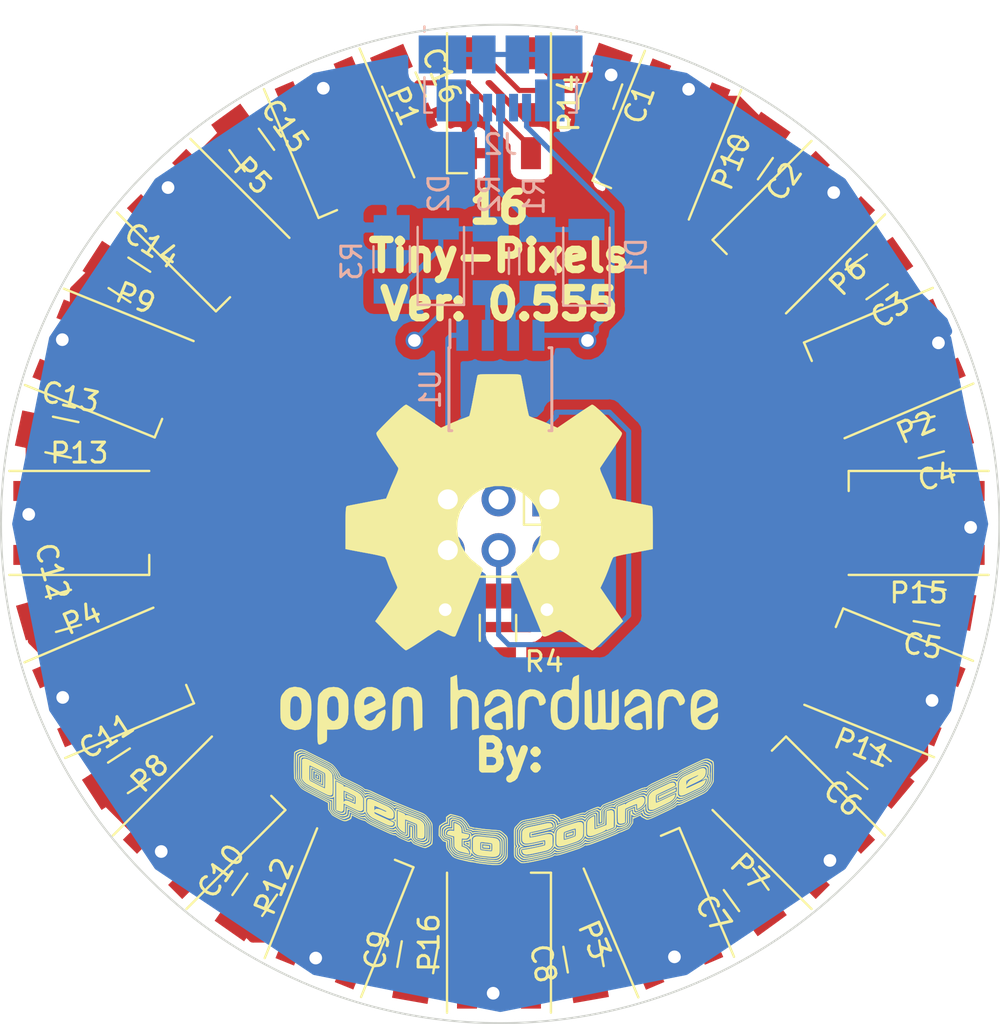
<source format=kicad_pcb>
(kicad_pcb (version 20171130) (host pcbnew 5.0-dev-unknown-bc6763e~61~ubuntu16.04.1)
  (layers (0 F.Cu signal) (31 B.Cu signal) (34 B.Paste user) (35 F.Paste user) (36 B.SilkS user) (37 F.SilkS user) (38 B.Mask user) (39 F.Mask user) (44 Edge.Cuts user))
  (net 0 "")
  (net 1 GND)
  (net 2 VCC)
  (net 3 "Net-(D1-Pad2)")
  (net 4 "Net-(D2-Pad2)")
  (net 5 "Net-(J1-Pad1)")
  (net 6 "Net-(J1-Pad3)")
  (net 7 Data-IN)
  (net 8 "Net-(J1-Pad5)")
  (net 9 "Net-(J2-Pad6)")
  (net 10 "Net-(J2-Pad4)")
  (net 11 "Net-(P1-Pad2)")
  (net 12 "Net-(P1-Pad4)")
  (net 13 "Net-(P15-Pad4)")
  (net 14 "Net-(P2-Pad4)")
  (net 15 "Net-(P16-Pad4)")
  (net 16 "Net-(P3-Pad4)")
  (net 17 "Net-(P4-Pad2)")
  (net 18 "Net-(P4-Pad4)")
  (net 19 "Net-(P5-Pad4)")
  (net 20 "Net-(P10-Pad2)")
  (net 21 "Net-(P11-Pad2)")
  (net 22 "Net-(P12-Pad2)")
  (net 23 "Net-(P13-Pad2)")
  (net 24 "Net-(P10-Pad4)")
  (net 25 "Net-(P11-Pad4)")
  (net 26 "Net-(P12-Pad4)")
  (net 27 "Net-(P13-Pad4)")
  (net 28 "Net-(R1-Pad1)")
  (net 29 "Net-(R2-Pad1)")
  (module Graphics:OTS-Logo-Warp-Neon-22.5mm-fit (layer F.Cu) (at 45.25 58.96)
    (fp_text reference G*** hide)
    (fp_text value LOGO hide)
  )
  (module Capacitor_SMD:C_1206_3216Metric_Pad1.24x1.80mm_HandSolder (layer F.Cu) (at 50.09 23.36 250)
    (fp_text reference C1 (at 0 -2.05 250) (layer F.SilkS))
    (fp_text value 0.1uf)
    (pad 2 smd rect (at 1.5925 0 250) (size 1.245 1.8) (layers F.Cu F.Paste F.Mask) (net 1 GND))
    (pad 1 smd rect (at -1.5925 0 250) (size 1.245 1.8) (layers F.Cu F.Paste F.Mask) (net 2 VCC))
  )
  (module Capacitor_SMD:C_1206_3216Metric_Pad1.24x1.80mm_HandSolder (layer F.Cu) (at 57.584381 26.75157 235)
    (fp_text reference C2 (at 0 -2.05 235) (layer F.SilkS))
    (fp_text value C)
    (pad 2 smd rect (at 1.5925 -0.000001 235) (size 1.245 1.8) (layers F.Cu F.Paste F.Mask) (net 1 GND))
    (pad 1 smd rect (at -1.5925 0.000001 235) (size 1.245 1.8) (layers F.Cu F.Paste F.Mask) (net 2 VCC))
  )
  (module Capacitor_SMD:C_1206_3216Metric_Pad1.24x1.80mm_HandSolder (layer F.Cu) (at 63.4 32.69 215)
    (fp_text reference C3 (at 0 -2.05 215) (layer F.SilkS))
    (fp_text value C)
    (pad 2 smd rect (at 1.5925 0.000001 215) (size 1.245 1.8) (layers F.Cu F.Paste F.Mask) (net 1 GND))
    (pad 1 smd rect (at -1.5925 -0.000001 215) (size 1.245 1.8) (layers F.Cu F.Paste F.Mask) (net 2 VCC))
  )
  (module Capacitor_SMD:C_1206_3216Metric_Pad1.24x1.80mm_HandSolder (layer F.Cu) (at 66.4 40.71 195)
    (fp_text reference C4 (at 0 -2.05 195) (layer F.SilkS))
    (fp_text value C)
    (pad 2 smd rect (at 1.5925 0 195) (size 1.245 1.8) (layers F.Cu F.Paste F.Mask) (net 1 GND))
    (pad 1 smd rect (at -1.5925 0 195) (size 1.245 1.8) (layers F.Cu F.Paste F.Mask) (net 2 VCC))
  )
  (module Capacitor_SMD:C_1206_3216Metric_Pad1.24x1.80mm_HandSolder (layer F.Cu) (at 66.55 49.13 170)
    (fp_text reference C5 (at 0 -2.05 170) (layer F.SilkS))
    (fp_text value C)
    (pad 2 smd rect (at 1.5925 0 170) (size 1.245 1.8) (layers F.Cu F.Paste F.Mask) (net 1 GND))
    (pad 1 smd rect (at -1.5925 0 170) (size 1.245 1.8) (layers F.Cu F.Paste F.Mask) (net 2 VCC))
  )
  (module Capacitor_SMD:C_1206_3216Metric_Pad1.24x1.80mm_HandSolder (layer F.Cu) (at 63.52 57.196361 140)
    (fp_text reference C6 (at 0 -2.05 140) (layer F.SilkS))
    (fp_text value C)
    (pad 2 smd rect (at 1.5925 0 140) (size 1.245 1.8) (layers F.Cu F.Paste F.Mask) (net 1 GND))
    (pad 1 smd rect (at -1.5925 0 140) (size 1.245 1.8) (layers F.Cu F.Paste F.Mask) (net 2 VCC))
  )
  (module Capacitor_SMD:C_1206_3216Metric_Pad1.24x1.80mm_HandSolder (layer F.Cu) (at 57.37 63.36 126)
    (fp_text reference C7 (at 0 -2.05 126) (layer F.SilkS))
    (fp_text value C)
    (pad 2 smd rect (at 1.5925 0 126) (size 1.245 1.8) (layers F.Cu F.Paste F.Mask) (net 1 GND))
    (pad 1 smd rect (at -1.5925 0 126) (size 1.245 1.8) (layers F.Cu F.Paste F.Mask) (net 2 VCC))
  )
  (module Capacitor_SMD:C_1206_3216Metric_Pad1.24x1.80mm_HandSolder (layer F.Cu) (at 49.23 66.69 100)
    (fp_text reference C8 (at 0 -2.05 100) (layer F.SilkS))
    (fp_text value C)
    (pad 2 smd rect (at 1.5925 0 100) (size 1.245 1.8) (layers F.Cu F.Paste F.Mask) (net 1 GND))
    (pad 1 smd rect (at -1.5925 0 100) (size 1.245 1.8) (layers F.Cu F.Paste F.Mask) (net 2 VCC))
  )
  (module Capacitor_SMD:C_1206_3216Metric_Pad1.24x1.80mm_HandSolder (layer F.Cu) (at 40.92 66.73 80)
    (fp_text reference C9 (at 0 -2.05 80) (layer F.SilkS))
    (fp_text value C)
    (pad 2 smd rect (at 1.5925 0 80) (size 1.245 1.8) (layers F.Cu F.Paste F.Mask) (net 1 GND))
    (pad 1 smd rect (at -1.5925 0 80) (size 1.245 1.8) (layers F.Cu F.Paste F.Mask) (net 2 VCC))
  )
  (module Capacitor_SMD:C_1206_3216Metric_Pad1.24x1.80mm_HandSolder (layer F.Cu) (at 32.779316 63.605657 55)
    (fp_text reference C10 (at 0 -2.05 55) (layer F.SilkS))
    (fp_text value C)
    (pad 2 smd rect (at 1.5925 -0.000001 55) (size 1.245 1.8) (layers F.Cu F.Paste F.Mask) (net 1 GND))
    (pad 1 smd rect (at -1.5925 0.000001 55) (size 1.245 1.8) (layers F.Cu F.Paste F.Mask) (net 2 VCC))
  )
  (module Capacitor_SMD:C_1206_3216Metric_Pad1.24x1.80mm_HandSolder (layer F.Cu) (at 26.48 57.4 33)
    (fp_text reference C11 (at 0 -2.05 33) (layer F.SilkS))
    (fp_text value C)
    (pad 2 smd rect (at 1.5925 0 33) (size 1.245 1.8) (layers F.Cu F.Paste F.Mask) (net 1 GND))
    (pad 1 smd rect (at -1.5925 0 33) (size 1.245 1.8) (layers F.Cu F.Paste F.Mask) (net 2 VCC))
  )
  (module Capacitor_SMD:C_1206_3216Metric_Pad1.24x1.80mm_HandSolder (layer F.Cu) (at 23.21 49.4 16)
    (fp_text reference C12 (at -0.000001 -2.05 106) (layer F.SilkS))
    (fp_text value C)
    (pad 2 smd rect (at 1.5925 0 16) (size 1.245 1.8) (layers F.Cu F.Paste F.Mask) (net 1 GND))
    (pad 1 smd rect (at -1.5925 0 16) (size 1.245 1.8) (layers F.Cu F.Paste F.Mask) (net 2 VCC))
  )
  (module Capacitor_SMD:C_1206_3216Metric_Pad1.24x1.80mm_HandSolder (layer F.Cu) (at 23.13 40.71 348)
    (fp_text reference C13 (at 0 -2.05 348) (layer F.SilkS))
    (fp_text value C)
    (pad 2 smd rect (at 1.5925 0 348) (size 1.245 1.8) (layers F.Cu F.Paste F.Mask) (net 1 GND))
    (pad 1 smd rect (at -1.5925 0 348) (size 1.245 1.8) (layers F.Cu F.Paste F.Mask) (net 2 VCC))
  )
  (module Capacitor_SMD:C_1206_3216Metric_Pad1.24x1.80mm_HandSolder (layer F.Cu) (at 26.506763 32.84089 327)
    (fp_text reference C14 (at 0 -2.05 327) (layer F.SilkS))
    (fp_text value C)
    (pad 2 smd rect (at 1.5925 0 327) (size 1.245 1.8) (layers F.Cu F.Paste F.Mask) (net 1 GND))
    (pad 1 smd rect (at -1.5925 0 327) (size 1.245 1.8) (layers F.Cu F.Paste F.Mask) (net 2 VCC))
  )
  (module Capacitor_SMD:C_1206_3216Metric_Pad1.24x1.80mm_HandSolder (layer F.Cu) (at 32.63 26.34 306)
    (fp_text reference C15 (at 0 -2.05 306) (layer F.SilkS))
    (fp_text value C)
    (pad 2 smd rect (at 1.5925 0 306) (size 1.245 1.8) (layers F.Cu F.Paste F.Mask) (net 1 GND))
    (pad 1 smd rect (at -1.5925 0 306) (size 1.245 1.8) (layers F.Cu F.Paste F.Mask) (net 2 VCC))
  )
  (module Diode_SMD:D_1206_3216Metric_Pad1.07x1.80mm_HandSolder (layer B.Cu) (at 49.376449 31.824491 90)
    (fp_text reference D1 (at 0.124491 2.493551 90) (layer B.SilkS) (effects (justify mirror)))
    (fp_text value 3.6V)
    (pad 2 smd rect (at 1.505 0 90) (size 1.07 1.8) (layers B.Cu B.Paste B.Mask) (net 3 "Net-(D1-Pad2)"))
    (pad 1 smd rect (at -1.505 0 90) (size 1.07 1.8) (layers B.Cu B.Paste B.Mask) (net 1 GND))
  )
  (module Diode_SMD:D_1206_3216Metric_Pad1.07x1.80mm_HandSolder (layer B.Cu) (at 42.09 31.79 90)
    (fp_text reference D2 (at 3.28 -0.1 90) (layer B.SilkS) (effects (justify mirror)))
    (fp_text value 3.6V)
    (pad 2 smd rect (at 1.505 0 90) (size 1.07 1.8) (layers B.Cu B.Paste B.Mask) (net 4 "Net-(D2-Pad2)"))
    (pad 1 smd rect (at -1.505 0 90) (size 1.07 1.8) (layers B.Cu B.Paste B.Mask) (net 1 GND))
  )
  (module Connector_PinHeader_2.54mm:PinHeader_2x03_P2.54mm_Vertical (layer F.Cu) (at 47.52 43.82 270)
    (fp_text reference J1 (at 1.27 -2.33 270) (layer F.SilkS))
    (fp_text value ICSP)
    (pad 6 thru_hole oval (at 2.54 5.08 270) (size 1.7 1.7) (drill 1) (layers *.Cu *.Mask) (net 1 GND))
    (pad 5 thru_hole oval (at 0 5.08 270) (size 1.7 1.7) (drill 1) (layers *.Cu *.Mask) (net 8 "Net-(J1-Pad5)"))
    (pad 4 thru_hole oval (at 2.54 2.54 270) (size 1.7 1.7) (drill 1) (layers *.Cu *.Mask) (net 7 Data-IN))
    (pad 3 thru_hole oval (at 0 2.54 270) (size 1.7 1.7) (drill 1) (layers *.Cu *.Mask) (net 6 "Net-(J1-Pad3)"))
    (pad 2 thru_hole oval (at 2.54 0 270) (size 1.7 1.7) (drill 1) (layers *.Cu *.Mask) (net 2 VCC))
    (pad 1 thru_hole rect (at 0 0 270) (size 1.7 1.7) (drill 1) (layers *.Cu *.Mask) (net 5 "Net-(J1-Pad1)"))
  )
  (module Resistor_SMD:R_1206_3216Metric_Pad1.24x1.80mm_HandSolder (layer B.Cu) (at 46.926449 31.914491 90)
    (fp_text reference R1 (at 3.284491 -0.166449 90) (layer B.SilkS) (effects (justify mirror)))
    (fp_text value 68)
    (pad 2 smd rect (at 1.5925 0 90) (size 1.245 1.8) (layers B.Cu B.Paste B.Mask) (net 3 "Net-(D1-Pad2)"))
    (pad 1 smd rect (at -1.5925 0 90) (size 1.245 1.8) (layers B.Cu B.Paste B.Mask) (net 28 "Net-(R1-Pad1)"))
  )
  (module Resistor_SMD:R_1206_3216Metric_Pad1.24x1.80mm_HandSolder (layer B.Cu) (at 44.586449 31.886991 90)
    (fp_text reference R2 (at 3.346991 -0.056449 90) (layer B.SilkS) (effects (justify mirror)))
    (fp_text value 68)
    (pad 2 smd rect (at 1.5925 0 90) (size 1.245 1.8) (layers B.Cu B.Paste B.Mask) (net 4 "Net-(D2-Pad2)"))
    (pad 1 smd rect (at -1.5925 0 90) (size 1.245 1.8) (layers B.Cu B.Paste B.Mask) (net 29 "Net-(R2-Pad1)"))
  )
  (module Resistor_SMD:R_1206_3216Metric_Pad1.24x1.80mm_HandSolder (layer B.Cu) (at 39.63 31.81 90)
    (fp_text reference R3 (at -0.08 -2 90) (layer B.SilkS) (effects (justify mirror)))
    (fp_text value 1.5K)
    (pad 2 smd rect (at 1.5925 0 90) (size 1.245 1.8) (layers B.Cu B.Paste B.Mask) (net 2 VCC))
    (pad 1 smd rect (at -1.5925 0 90) (size 1.245 1.8) (layers B.Cu B.Paste B.Mask) (net 4 "Net-(D2-Pad2)"))
  )
  (module Resistor_SMD:R_1206_3216Metric_Pad1.24x1.80mm_HandSolder (layer F.Cu) (at 44.95 50.25 90)
    (fp_text reference R4 (at -1.69 2.31 180) (layer F.SilkS))
    (fp_text value 500)
    (pad 2 smd rect (at 1.5925 0 90) (size 1.245 1.8) (layers F.Cu F.Paste F.Mask) (net 7 Data-IN))
    (pad 1 smd rect (at -1.5925 0 90) (size 1.245 1.8) (layers F.Cu F.Paste F.Mask) (net 27 "Net-(P13-Pad4)"))
  )
  (module Package_SO:SOIC-8_3.9x4.9mm_P1.27mm (layer B.Cu) (at 45.07 38.31 270)
    (fp_text reference U1 (at 0 3.5 270) (layer B.SilkS) (effects (justify mirror)))
    (fp_text value ATTINY85-20SU)
    (pad 8 smd rect (at 2.7 1.905 270) (size 1.55 0.6) (layers B.Cu B.Paste B.Mask) (net 2 VCC))
    (pad 7 smd rect (at 2.7 0.635 270) (size 1.55 0.6) (layers B.Cu B.Paste B.Mask) (net 6 "Net-(J1-Pad3)"))
    (pad 6 smd rect (at 2.7 -0.635 270) (size 1.55 0.6) (layers B.Cu B.Paste B.Mask) (net 5 "Net-(J1-Pad1)"))
    (pad 5 smd rect (at 2.7 -1.905 270) (size 1.55 0.6) (layers B.Cu B.Paste B.Mask) (net 7 Data-IN))
    (pad 4 smd rect (at -2.7 -1.905 270) (size 1.55 0.6) (layers B.Cu B.Paste B.Mask) (net 1 GND))
    (pad 3 smd rect (at -2.7 -0.635 270) (size 1.55 0.6) (layers B.Cu B.Paste B.Mask) (net 28 "Net-(R1-Pad1)"))
    (pad 2 smd rect (at -2.7 0.635 270) (size 1.55 0.6) (layers B.Cu B.Paste B.Mask) (net 29 "Net-(R2-Pad1)"))
    (pad 1 smd rect (at -2.7 1.905 270) (size 1.55 0.6) (layers B.Cu B.Paste B.Mask) (net 8 "Net-(J1-Pad5)"))
  )
  (module LED_SMD:LED_WS2812B-PLCC4 (layer F.Cu) (at 37 25.5 293)
    (fp_text reference P1 (at 0 -3.5 293) (layer F.SilkS))
    (fp_text value WS2812B)
    (pad 1 smd rect (at -2.5 -1.6 293) (size 1.6 1) (layers F.Cu F.Paste F.Mask) (net 2 VCC))
    (pad 2 smd rect (at -2.5 1.600001 293) (size 1.6 1) (layers F.Cu F.Paste F.Mask) (net 11 "Net-(P1-Pad2)"))
    (pad 4 smd rect (at 2.5 -1.600001 293) (size 1.6 1) (layers F.Cu F.Paste F.Mask) (net 12 "Net-(P1-Pad4)"))
    (pad 3 smd rect (at 2.5 1.6 293) (size 1.6 1) (layers F.Cu F.Paste F.Mask) (net 1 GND))
  )
  (module LED_SMD:LED_WS2812B-PLCC4 (layer F.Cu) (at 64.5 37 203)
    (fp_text reference P2 (at 0 -3.5 203) (layer F.SilkS))
    (fp_text value WS2812B)
    (pad 3 smd rect (at 2.5 1.6 203) (size 1.6 1) (layers F.Cu F.Paste F.Mask) (net 1 GND))
    (pad 4 smd rect (at 2.5 -1.600001 203) (size 1.6 1) (layers F.Cu F.Paste F.Mask) (net 14 "Net-(P2-Pad4)"))
    (pad 2 smd rect (at -2.5 1.600001 203) (size 1.6 1) (layers F.Cu F.Paste F.Mask) (net 13 "Net-(P15-Pad4)"))
    (pad 1 smd rect (at -2.5 -1.6 203) (size 1.6 1) (layers F.Cu F.Paste F.Mask) (net 2 VCC))
  )
  (module LED_SMD:LED_WS2812B-PLCC4 (layer F.Cu) (at 53 64.5 113)
    (fp_text reference P3 (at 0 -3.5 113) (layer F.SilkS))
    (fp_text value WS2812B)
    (pad 3 smd rect (at 2.5 1.6 113) (size 1.6 1) (layers F.Cu F.Paste F.Mask) (net 1 GND))
    (pad 4 smd rect (at 2.5 -1.600001 113) (size 1.6 1) (layers F.Cu F.Paste F.Mask) (net 16 "Net-(P3-Pad4)"))
    (pad 2 smd rect (at -2.5 1.600001 113) (size 1.6 1) (layers F.Cu F.Paste F.Mask) (net 15 "Net-(P16-Pad4)"))
    (pad 1 smd rect (at -2.5 -1.6 113) (size 1.6 1) (layers F.Cu F.Paste F.Mask) (net 2 VCC))
  )
  (module LED_SMD:LED_WS2812B-PLCC4 (layer F.Cu) (at 25.5 53 23)
    (fp_text reference P4 (at 0 -3.5 23) (layer F.SilkS))
    (fp_text value WS2812B)
    (pad 3 smd rect (at 2.5 1.6 23) (size 1.6 1) (layers F.Cu F.Paste F.Mask) (net 1 GND))
    (pad 4 smd rect (at 2.5 -1.600001 23) (size 1.6 1) (layers F.Cu F.Paste F.Mask) (net 18 "Net-(P4-Pad4)"))
    (pad 2 smd rect (at -2.5 1.600001 23) (size 1.6 1) (layers F.Cu F.Paste F.Mask) (net 17 "Net-(P4-Pad2)"))
    (pad 1 smd rect (at -2.5 -1.6 23) (size 1.6 1) (layers F.Cu F.Paste F.Mask) (net 2 VCC))
  )
  (module LED_SMD:LED_WS2812B-PLCC4 (layer F.Cu) (at 30.2 30.1 315)
    (fp_text reference P5 (at 0 -3.5 315) (layer F.SilkS))
    (fp_text value WS2812B)
    (pad 1 smd rect (at -2.5 -1.6 315) (size 1.6 1) (layers F.Cu F.Paste F.Mask) (net 2 VCC))
    (pad 2 smd rect (at -2.5 1.6 315) (size 1.6 1) (layers F.Cu F.Paste F.Mask) (net 12 "Net-(P1-Pad4)"))
    (pad 4 smd rect (at 2.5 -1.6 315) (size 1.6 1) (layers F.Cu F.Paste F.Mask) (net 19 "Net-(P5-Pad4)"))
    (pad 3 smd rect (at 2.5 1.6 315) (size 1.6 1) (layers F.Cu F.Paste F.Mask) (net 1 GND))
  )
  (module LED_SMD:LED_WS2812B-PLCC4 (layer F.Cu) (at 60 30.2 225)
    (fp_text reference P6 (at 0 -3.5 225) (layer F.SilkS))
    (fp_text value WS2812B)
    (pad 1 smd rect (at -2.5 -1.6 225) (size 1.6 1) (layers F.Cu F.Paste F.Mask) (net 2 VCC))
    (pad 2 smd rect (at -2.5 1.6 225) (size 1.6 1) (layers F.Cu F.Paste F.Mask) (net 14 "Net-(P2-Pad4)"))
    (pad 4 smd rect (at 2.5 -1.6 225) (size 1.6 1) (layers F.Cu F.Paste F.Mask) (net 20 "Net-(P10-Pad2)"))
    (pad 3 smd rect (at 2.5 1.6 225) (size 1.6 1) (layers F.Cu F.Paste F.Mask) (net 1 GND))
  )
  (module LED_SMD:LED_WS2812B-PLCC4 (layer F.Cu) (at 60 60 135)
    (fp_text reference P7 (at 0 -3.5 135) (layer F.SilkS))
    (fp_text value WS2812B)
    (pad 1 smd rect (at -2.5 -1.6 135) (size 1.6 1) (layers F.Cu F.Paste F.Mask) (net 2 VCC))
    (pad 2 smd rect (at -2.5 1.6 135) (size 1.6 1) (layers F.Cu F.Paste F.Mask) (net 16 "Net-(P3-Pad4)"))
    (pad 4 smd rect (at 2.5 -1.6 135) (size 1.6 1) (layers F.Cu F.Paste F.Mask) (net 21 "Net-(P11-Pad2)"))
    (pad 3 smd rect (at 2.5 1.6 135) (size 1.6 1) (layers F.Cu F.Paste F.Mask) (net 1 GND))
  )
  (module LED_SMD:LED_WS2812B-PLCC4 (layer F.Cu) (at 30 60 45)
    (fp_text reference P8 (at 0 -3.5 45) (layer F.SilkS))
    (fp_text value WS2812B)
    (pad 3 smd rect (at 2.5 1.6 45) (size 1.6 1) (layers F.Cu F.Paste F.Mask) (net 1 GND))
    (pad 4 smd rect (at 2.5 -1.6 45) (size 1.6 1) (layers F.Cu F.Paste F.Mask) (net 22 "Net-(P12-Pad2)"))
    (pad 2 smd rect (at -2.5 1.6 45) (size 1.6 1) (layers F.Cu F.Paste F.Mask) (net 18 "Net-(P4-Pad4)"))
    (pad 1 smd rect (at -2.5 -1.6 45) (size 1.6 1) (layers F.Cu F.Paste F.Mask) (net 2 VCC))
  )
  (module LED_SMD:LED_WS2812B-PLCC4 (layer F.Cu) (at 25.5 37 338)
    (fp_text reference P9 (at 0 -3.5 338) (layer F.SilkS))
    (fp_text value WS2812B)
    (pad 3 smd rect (at 2.5 1.6 338) (size 1.6 1) (layers F.Cu F.Paste F.Mask) (net 1 GND))
    (pad 4 smd rect (at 2.5 -1.6 338) (size 1.6 1) (layers F.Cu F.Paste F.Mask) (net 23 "Net-(P13-Pad2)"))
    (pad 2 smd rect (at -2.5 1.6 338) (size 1.6 1) (layers F.Cu F.Paste F.Mask) (net 19 "Net-(P5-Pad4)"))
    (pad 1 smd rect (at -2.5 -1.6 338) (size 1.6 1) (layers F.Cu F.Paste F.Mask) (net 2 VCC))
  )
  (module LED_SMD:LED_WS2812B-PLCC4 (layer F.Cu) (at 53.4 25.6 248)
    (fp_text reference P10 (at 0 -3.5 248) (layer F.SilkS))
    (fp_text value WS2812B)
    (pad 3 smd rect (at 2.5 1.6 248) (size 1.6 1) (layers F.Cu F.Paste F.Mask) (net 1 GND))
    (pad 4 smd rect (at 2.5 -1.6 248) (size 1.6 1) (layers F.Cu F.Paste F.Mask) (net 24 "Net-(P10-Pad4)"))
    (pad 2 smd rect (at -2.5 1.6 248) (size 1.6 1) (layers F.Cu F.Paste F.Mask) (net 20 "Net-(P10-Pad2)"))
    (pad 1 smd rect (at -2.5 -1.6 248) (size 1.6 1) (layers F.Cu F.Paste F.Mask) (net 2 VCC))
  )
  (module LED_SMD:LED_WS2812B-PLCC4 (layer F.Cu) (at 64.5 53 158)
    (fp_text reference P11 (at 0 -3.5 158) (layer F.SilkS))
    (fp_text value WS2812B)
    (pad 3 smd rect (at 2.5 1.6 158) (size 1.6 1) (layers F.Cu F.Paste F.Mask) (net 1 GND))
    (pad 4 smd rect (at 2.5 -1.6 158) (size 1.6 1) (layers F.Cu F.Paste F.Mask) (net 25 "Net-(P11-Pad4)"))
    (pad 2 smd rect (at -2.5 1.6 158) (size 1.6 1) (layers F.Cu F.Paste F.Mask) (net 21 "Net-(P11-Pad2)"))
    (pad 1 smd rect (at -2.5 -1.6 158) (size 1.6 1) (layers F.Cu F.Paste F.Mask) (net 2 VCC))
  )
  (module LED_SMD:LED_WS2812B-PLCC4 (layer F.Cu) (at 37 64.5 68)
    (fp_text reference P12 (at 0 -3.5 68) (layer F.SilkS))
    (fp_text value WS2812B)
    (pad 1 smd rect (at -2.5 -1.6 68) (size 1.6 1) (layers F.Cu F.Paste F.Mask) (net 2 VCC))
    (pad 2 smd rect (at -2.5 1.6 68) (size 1.6 1) (layers F.Cu F.Paste F.Mask) (net 22 "Net-(P12-Pad2)"))
    (pad 4 smd rect (at 2.5 -1.6 68) (size 1.6 1) (layers F.Cu F.Paste F.Mask) (net 26 "Net-(P12-Pad4)"))
    (pad 3 smd rect (at 2.5 1.6 68) (size 1.6 1) (layers F.Cu F.Paste F.Mask) (net 1 GND))
  )
  (module LED_SMD:LED_WS2812B-PLCC4 (layer F.Cu) (at 24 45)
    (fp_text reference P13 (at 0 -3.5) (layer F.SilkS))
    (fp_text value WS2812B)
    (pad 1 smd rect (at -2.5 -1.6) (size 1.6 1) (layers F.Cu F.Paste F.Mask) (net 2 VCC))
    (pad 2 smd rect (at -2.5 1.6) (size 1.6 1) (layers F.Cu F.Paste F.Mask) (net 23 "Net-(P13-Pad2)"))
    (pad 4 smd rect (at 2.5 -1.6) (size 1.6 1) (layers F.Cu F.Paste F.Mask) (net 27 "Net-(P13-Pad4)"))
    (pad 3 smd rect (at 2.5 1.6) (size 1.6 1) (layers F.Cu F.Paste F.Mask) (net 1 GND))
  )
  (module LED_SMD:LED_WS2812B-PLCC4 (layer F.Cu) (at 45 24 270)
    (fp_text reference P14 (at 0 -3.5 270) (layer F.SilkS))
    (fp_text value WS2812B)
    (pad 1 smd rect (at -2.5 -1.6 270) (size 1.6 1) (layers F.Cu F.Paste F.Mask) (net 2 VCC))
    (pad 2 smd rect (at -2.5 1.6 270) (size 1.6 1) (layers F.Cu F.Paste F.Mask) (net 24 "Net-(P10-Pad4)"))
    (pad 4 smd rect (at 2.5 -1.6 270) (size 1.6 1) (layers F.Cu F.Paste F.Mask) (net 11 "Net-(P1-Pad2)"))
    (pad 3 smd rect (at 2.5 1.6 270) (size 1.6 1) (layers F.Cu F.Paste F.Mask) (net 1 GND))
  )
  (module LED_SMD:LED_WS2812B-PLCC4 (layer F.Cu) (at 66 45 180)
    (fp_text reference P15 (at 0 -3.5 180) (layer F.SilkS))
    (fp_text value WS2812B)
    (pad 1 smd rect (at -2.5 -1.6 180) (size 1.6 1) (layers F.Cu F.Paste F.Mask) (net 2 VCC))
    (pad 2 smd rect (at -2.5 1.6 180) (size 1.6 1) (layers F.Cu F.Paste F.Mask) (net 25 "Net-(P11-Pad4)"))
    (pad 4 smd rect (at 2.5 -1.6 180) (size 1.6 1) (layers F.Cu F.Paste F.Mask) (net 13 "Net-(P15-Pad4)"))
    (pad 3 smd rect (at 2.5 1.6 180) (size 1.6 1) (layers F.Cu F.Paste F.Mask) (net 1 GND))
  )
  (module LED_SMD:LED_WS2812B-PLCC4 (layer F.Cu) (at 45 66 90)
    (fp_text reference P16 (at 0 -3.5 90) (layer F.SilkS))
    (fp_text value WS2812B)
    (pad 3 smd rect (at 2.5 1.6 90) (size 1.6 1) (layers F.Cu F.Paste F.Mask) (net 1 GND))
    (pad 4 smd rect (at 2.5 -1.6 90) (size 1.6 1) (layers F.Cu F.Paste F.Mask) (net 15 "Net-(P16-Pad4)"))
    (pad 2 smd rect (at -2.5 1.6 90) (size 1.6 1) (layers F.Cu F.Paste F.Mask) (net 26 "Net-(P12-Pad4)"))
    (pad 1 smd rect (at -2.5 -1.6 90) (size 1.6 1) (layers F.Cu F.Paste F.Mask) (net 2 VCC))
  )
  (module Capacitor_SMD:C_1206_3216Metric_Pad1.24x1.80mm_HandSolder (layer F.Cu) (at 40.242239 23.415904 293)
    (fp_text reference C16 (at 0 -2.05 293) (layer F.SilkS))
    (fp_text value C)
    (pad 1 smd rect (at -1.5925 0 293) (size 1.245 1.8) (layers F.Cu F.Paste F.Mask) (net 2 VCC))
    (pad 2 smd rect (at 1.5925 0 293) (size 1.245 1.8) (layers F.Cu F.Paste F.Mask) (net 1 GND))
  )
  (module Connector_USB:USB_Micro-B_Molex_47346-0001 (layer B.Cu) (at 45.08 22.76)
    (fp_text reference J2 (at 0 3.3 -180) (layer B.SilkS) (effects (justify mirror)))
    (fp_text value USB_B_Micro)
    (pad 6 smd rect (at 0.84 -1.2) (size 1.175 1.9) (layers B.Cu B.Paste B.Mask) (net 9 "Net-(J2-Pad6)"))
    (pad 6 smd rect (at -0.84 -1.2) (size 1.175 1.9) (layers B.Cu B.Paste B.Mask) (net 9 "Net-(J2-Pad6)"))
    (pad 6 smd rect (at 2.91 -1.2) (size 2.375 1.9) (layers B.Cu B.Paste B.Mask) (net 9 "Net-(J2-Pad6)"))
    (pad 6 smd rect (at -2.91 -1.2) (size 2.375 1.9) (layers B.Cu B.Paste B.Mask) (net 9 "Net-(J2-Pad6)"))
    (pad 6 smd rect (at 2.4625 1.1) (size 1.475 2.1) (layers B.Cu B.Paste B.Mask) (net 9 "Net-(J2-Pad6)"))
    (pad 6 smd rect (at -2.4625 1.1) (size 1.475 2.1) (layers B.Cu B.Paste B.Mask) (net 9 "Net-(J2-Pad6)"))
    (pad 5 smd rect (at 1.3 1.46) (size 0.45 1.38) (layers B.Cu B.Paste B.Mask) (net 1 GND))
    (pad 4 smd rect (at 0.65 1.46) (size 0.45 1.38) (layers B.Cu B.Paste B.Mask) (net 10 "Net-(J2-Pad4)"))
    (pad 3 smd rect (at 0 1.46) (size 0.45 1.38) (layers B.Cu B.Paste B.Mask) (net 3 "Net-(D1-Pad2)"))
    (pad 2 smd rect (at -0.65 1.46) (size 0.45 1.38) (layers B.Cu B.Paste B.Mask) (net 4 "Net-(D2-Pad2)"))
    (pad 1 smd rect (at -1.3 1.46) (size 0.45 1.38) (layers B.Cu B.Paste B.Mask) (net 2 VCC))
  )
  (module Symbol:OSHW-Logo2_24.3x20mm_SilkScreen (layer F.Cu) (at 45.01 46.8)
    (fp_text reference REF** hide)
    (fp_text value OSHW-Logo2_24.3x20mm_SilkScreen hide)
  )
  (gr_text By: (at 45.51 56.63) (layer F.SilkS) (effects (font (size 1.5 1.5) (thickness 0.375))))
  (gr_text "16\nTiny-Pixels\nVer: 0.555" (at 45.01 31.64) (layer F.SilkS) (effects (font (size 1.5 1.5) (thickness 0.375))))
  (gr_circle (center 45.06 45.05) (end 41.55 69.78) (layer Edge.Cuts) (width 0.1))
  (segment (start 42.09 33.295) (end 42.09 34.55) (width 0.254) (layer B.Cu) (net 1))
  (segment (start 42.09 34.55) (end 40.77 35.87) (width 0.254) (layer B.Cu) (net 1))
  (segment (start 50.65745 34.34255) (end 50.65745 34.245492) (width 0.254) (layer B.Cu) (net 1))
  (segment (start 50.65745 34.245492) (end 49.741449 33.329491) (width 0.254) (layer B.Cu) (net 1))
  (segment (start 49.741449 33.329491) (end 49.376449 33.329491) (width 0.254) (layer B.Cu) (net 1))
  (segment (start 49.43 35.87) (end 49.874499 35.425501) (width 0.254) (layer B.Cu) (net 1))
  (segment (start 49.874499 35.425501) (end 49.874499 35.125501) (width 0.254) (layer B.Cu) (net 1))
  (segment (start 49.874499 35.125501) (end 50.65745 34.34255) (width 0.254) (layer B.Cu) (net 1))
  (segment (start 46.975 35.61) (end 49.17 35.61) (width 0.254) (layer B.Cu) (net 1))
  (segment (start 49.17 35.61) (end 49.43 35.87) (width 0.254) (layer B.Cu) (net 1))
  (segment (start 46.38 24.22) (end 46.38 25.164) (width 0.254) (layer B.Cu) (net 1))
  (segment (start 50.65745 29.44145) (end 50.65745 34.34255) (width 0.254) (layer B.Cu) (net 1))
  (segment (start 46.38 25.164) (end 50.65745 29.44145) (width 0.254) (layer B.Cu) (net 1))
  (via (at 40.77 35.87) (size 0.889) (drill 0.635) (layers F.Cu B.Cu) (net 1))
  (segment (start 49.376449 35.623551) (end 49.21 35.79) (width 0.254) (layer B.Cu) (net 1))
  (segment (start 49.17 35.83) (end 49.21 35.79) (width 0.254) (layer B.Cu) (net 1))
  (via (at 49.43 35.87) (size 0.889) (drill 0.635) (layers F.Cu B.Cu) (net 1))
  (segment (start 46.53 50.21) (end 43.18 50.21) (width 0.512) (layer F.Cu) (net 2))
  (segment (start 43.18 50.21) (end 42.31 49.34) (width 0.512) (layer F.Cu) (net 2))
  (via (at 42.31 49.34) (size 0.889) (drill 0.635) (layers F.Cu B.Cu) (net 2))
  (segment (start 47.4 49.34) (end 46.53 50.21) (width 0.512) (layer F.Cu) (net 2))
  (segment (start 47.52 46.36) (end 47.52 49.22) (width 0.254) (layer B.Cu) (net 2))
  (segment (start 47.52 49.22) (end 47.4 49.34) (width 0.254) (layer B.Cu) (net 2))
  (via (at 47.4 49.34) (size 0.889) (drill 0.635) (layers F.Cu B.Cu) (net 2))
  (segment (start 43.78 24.22) (end 43.78 25.164) (width 0.254) (layer B.Cu) (net 2))
  (segment (start 43.78 25.164) (end 39.63 29.314) (width 0.254) (layer B.Cu) (net 2))
  (segment (start 39.63 29.314) (end 39.63 30.2175) (width 0.254) (layer B.Cu) (net 2))
  (segment (start 47.52 46.36) (end 47.52 47.562081) (width 0.512) (layer B.Cu) (net 2))
  (segment (start 43.165 41.01) (end 43.165 39.995) (width 0.512) (layer B.Cu) (net 2))
  (segment (start 43.165 39.995) (end 43.95 39.21) (width 0.512) (layer B.Cu) (net 2))
  (segment (start 55.820011 23.881411) (end 55.071411 23.881411) (width 0.512) (layer F.Cu) (net 2))
  (segment (start 55.071411 23.881411) (end 54.49 23.3) (width 0.512) (layer F.Cu) (net 2))
  (via (at 54.49 23.3) (size 0.889) (drill 0.635) (layers F.Cu B.Cu) (net 2))
  (segment (start 50.634667 21.86354) (end 50.634667 22.563275) (width 0.512) (layer F.Cu) (net 2))
  (segment (start 50.634667 22.563275) (end 50.613306 22.584636) (width 0.512) (layer F.Cu) (net 2))
  (via (at 50.613306 22.584636) (size 0.889) (drill 0.635) (layers F.Cu B.Cu) (net 2))
  (segment (start 37.49598 22.573568) (end 36.886432 22.573568) (width 0.512) (layer F.Cu) (net 2))
  (segment (start 36.886432 22.573568) (end 36.21 23.25) (width 0.512) (layer F.Cu) (net 2))
  (via (at 36.21 23.25) (size 0.889) (drill 0.635) (layers F.Cu B.Cu) (net 2))
  (segment (start 29.563604 27.200862) (end 29.459138 27.200862) (width 0.512) (layer F.Cu) (net 2))
  (segment (start 29.459138 27.200862) (end 28.44 28.22) (width 0.512) (layer F.Cu) (net 2))
  (via (at 28.44 28.22) (size 0.889) (drill 0.635) (layers F.Cu B.Cu) (net 2))
  (segment (start 23.781411 34.579989) (end 23.781411 35.198589) (width 0.512) (layer F.Cu) (net 2))
  (segment (start 23.781411 35.198589) (end 23.15 35.83) (width 0.512) (layer F.Cu) (net 2))
  (via (at 23.15 35.83) (size 0.889) (drill 0.635) (layers F.Cu B.Cu) (net 2))
  (segment (start 21.5 43.4) (end 21.5 44.54) (width 0.512) (layer F.Cu) (net 2))
  (segment (start 21.5 44.54) (end 21.47 44.57) (width 0.512) (layer F.Cu) (net 2))
  (via (at 21.47 44.57) (size 0.889) (drill 0.635) (layers F.Cu B.Cu) (net 2))
  (segment (start 22.573568 52.50402) (end 22.573568 53.133568) (width 0.512) (layer F.Cu) (net 2))
  (segment (start 22.573568 53.133568) (end 23.17 53.73) (width 0.512) (layer F.Cu) (net 2))
  (via (at 23.17 53.73) (size 0.889) (drill 0.635) (layers F.Cu B.Cu) (net 2))
  (segment (start 27.100862 60.636396) (end 27.296396 60.636396) (width 0.512) (layer F.Cu) (net 2))
  (segment (start 27.296396 60.636396) (end 28.1 61.44) (width 0.512) (layer F.Cu) (net 2))
  (via (at 28.1 61.44) (size 0.889) (drill 0.635) (layers F.Cu B.Cu) (net 2))
  (segment (start 34.579989 66.218589) (end 35.278589 66.218589) (width 0.512) (layer F.Cu) (net 2))
  (segment (start 35.278589 66.218589) (end 35.83 66.77) (width 0.512) (layer F.Cu) (net 2))
  (via (at 35.83 66.77) (size 0.889) (drill 0.635) (layers F.Cu B.Cu) (net 2))
  (segment (start 43.4 68.5) (end 44.678566 68.5) (width 0.512) (layer F.Cu) (net 2))
  (via (at 44.709283 68.530717) (size 0.889) (drill 0.635) (layers F.Cu B.Cu) (net 2))
  (segment (start 44.678566 68.5) (end 44.709283 68.530717) (width 0.512) (layer F.Cu) (net 2))
  (segment (start 52.50402 67.426432) (end 53.063568 67.426432) (width 0.512) (layer F.Cu) (net 2))
  (segment (start 53.063568 67.426432) (end 53.78 66.71) (width 0.512) (layer F.Cu) (net 2))
  (via (at 53.78 66.71) (size 0.889) (drill 0.635) (layers F.Cu B.Cu) (net 2))
  (segment (start 60.636396 62.899138) (end 60.636396 62.809763) (width 0.512) (layer F.Cu) (net 2))
  (segment (start 60.636396 62.809763) (end 61.56 61.886159) (width 0.512) (layer F.Cu) (net 2))
  (via (at 61.56 61.886159) (size 0.889) (drill 0.635) (layers F.Cu B.Cu) (net 2))
  (segment (start 66.218589 55.420011) (end 66.218589 54.331411) (width 0.512) (layer F.Cu) (net 2))
  (segment (start 66.218589 54.331411) (end 66.67 53.88) (width 0.512) (layer F.Cu) (net 2))
  (via (at 66.67 53.88) (size 0.889) (drill 0.635) (layers F.Cu B.Cu) (net 2))
  (segment (start 68.5 46.6) (end 68.5 45.321434) (width 0.512) (layer F.Cu) (net 2))
  (segment (start 68.5 45.321434) (end 68.600717 45.220717) (width 0.512) (layer F.Cu) (net 2))
  (via (at 68.600717 45.220717) (size 0.889) (drill 0.635) (layers F.Cu B.Cu) (net 2))
  (segment (start 67.426432 37.49598) (end 67.426432 36.426432) (width 0.512) (layer F.Cu) (net 2))
  (segment (start 67.426432 36.426432) (end 66.99 35.99) (width 0.512) (layer F.Cu) (net 2))
  (via (at 66.99 35.99) (size 0.889) (drill 0.635) (layers F.Cu B.Cu) (net 2))
  (segment (start 61.75 28.47) (end 61.75 29.460545) (width 0.512) (layer B.Cu) (net 2))
  (segment (start 61.75 29.460545) (end 67.214407 34.924952) (width 0.512) (layer B.Cu) (net 2))
  (segment (start 67.214407 34.924952) (end 67.42 35.410036) (width 0.512) (layer B.Cu) (net 2))
  (segment (start 62.899138 29.563604) (end 62.843604 29.563604) (width 0.512) (layer F.Cu) (net 2))
  (via (at 61.75 28.47) (size 0.889) (drill 0.635) (layers F.Cu B.Cu) (net 2))
  (segment (start 62.843604 29.563604) (end 61.75 28.47) (width 0.512) (layer F.Cu) (net 2))
  (segment (start 37.49598 22.573568) (end 38.996432 22.573568) (width 0.512) (layer F.Cu) (net 2))
  (segment (start 38.996432 22.573568) (end 39.62 21.95) (width 0.512) (layer F.Cu) (net 2))
  (segment (start 62.899138 29.563604) (end 62.899138 29.971218) (width 0.512) (layer F.Cu) (net 2))
  (segment (start 62.899138 29.971218) (end 64.7045 31.77658) (width 0.512) (layer F.Cu) (net 2))
  (segment (start 55.820011 23.881411) (end 56.932142 23.881411) (width 0.512) (layer F.Cu) (net 2))
  (segment (start 56.932142 23.881411) (end 58.497801 25.44707) (width 0.512) (layer F.Cu) (net 2))
  (segment (start 46.6 21.5) (end 47.82299 22.72299) (width 0.512) (layer F.Cu) (net 2))
  (segment (start 47.82299 22.72299) (end 49.775217 22.72299) (width 0.512) (layer F.Cu) (net 2))
  (segment (start 50.038279 22.459928) (end 50.594667 21.90354) (width 0.512) (layer F.Cu) (net 2))
  (segment (start 49.775217 22.72299) (end 50.038279 22.459928) (width 0.512) (layer F.Cu) (net 2))
  (segment (start 29.563604 27.200862) (end 29.563604 27.181988) (width 0.512) (layer F.Cu) (net 2))
  (segment (start 29.563604 27.181988) (end 31.693952 25.05164) (width 0.512) (layer F.Cu) (net 2))
  (segment (start 23.781411 34.579989) (end 23.781411 33.363321) (width 0.512) (layer F.Cu) (net 2))
  (segment (start 23.781411 33.363321) (end 25.17118 31.973552) (width 0.512) (layer F.Cu) (net 2))
  (segment (start 21.5723 40.378901) (end 21.5723 43.3277) (width 0.512) (layer F.Cu) (net 2))
  (segment (start 21.5723 43.3277) (end 21.5 43.4) (width 0.512) (layer F.Cu) (net 2))
  (segment (start 21.679191 49.838952) (end 21.679191 50.875221) (width 0.512) (layer F.Cu) (net 2))
  (segment (start 21.679191 50.875221) (end 22.573568 51.769598) (width 0.512) (layer F.Cu) (net 2))
  (segment (start 22.573568 51.769598) (end 22.573568 52.50402) (width 0.512) (layer F.Cu) (net 2))
  (segment (start 25.144417 58.267338) (end 25.144417 58.679951) (width 0.512) (layer F.Cu) (net 2))
  (segment (start 25.144417 58.679951) (end 27.100862 60.636396) (width 0.512) (layer F.Cu) (net 2))
  (segment (start 31.865896 64.910157) (end 32.695739 65.74) (width 0.512) (layer F.Cu) (net 2))
  (segment (start 32.695739 65.74) (end 34.1014 65.74) (width 0.512) (layer F.Cu) (net 2))
  (segment (start 34.1014 65.74) (end 34.579989 66.218589) (width 0.512) (layer F.Cu) (net 2))
  (segment (start 43.4 68.5) (end 40.845159 68.5) (width 0.512) (layer F.Cu) (net 2))
  (segment (start 40.845159 68.5) (end 40.643465 68.298306) (width 0.512) (layer F.Cu) (net 2))
  (segment (start 52.50402 67.426432) (end 50.338409 67.426432) (width 0.512) (layer F.Cu) (net 2))
  (segment (start 50.338409 67.426432) (end 49.506535 68.258306) (width 0.512) (layer F.Cu) (net 2))
  (segment (start 60.636396 62.899138) (end 60.05527 62.899138) (width 0.512) (layer F.Cu) (net 2))
  (segment (start 60.05527 62.899138) (end 58.306048 64.64836) (width 0.512) (layer F.Cu) (net 2))
  (segment (start 66.218589 55.420011) (end 66.218589 56.741337) (width 0.512) (layer F.Cu) (net 2))
  (segment (start 66.218589 56.741337) (end 64.739926 58.22) (width 0.512) (layer F.Cu) (net 2))
  (segment (start 67.426432 37.49598) (end 67.426432 39.786026) (width 0.512) (layer F.Cu) (net 2))
  (segment (start 67.426432 39.786026) (end 67.938237 40.297831) (width 0.512) (layer F.Cu) (net 2))
  (segment (start 68.5 46.6) (end 68.5 49.024841) (width 0.512) (layer F.Cu) (net 2))
  (segment (start 68.5 49.024841) (end 68.118306 49.406535) (width 0.512) (layer F.Cu) (net 2))
  (segment (start 45.08 24.22) (end 45.08 28.475542) (width 0.254) (layer B.Cu) (net 3))
  (segment (start 45.08 28.475542) (end 46.926449 30.321991) (width 0.254) (layer B.Cu) (net 3))
  (segment (start 46.926449 30.321991) (end 49.373949 30.321991) (width 0.254) (layer B.Cu) (net 3))
  (segment (start 49.373949 30.321991) (end 49.376449 30.319491) (width 0.254) (layer B.Cu) (net 3))
  (segment (start 44.43 24.22) (end 44.43 30.138042) (width 0.254) (layer B.Cu) (net 4))
  (segment (start 44.43 30.138042) (end 44.586449 30.294491) (width 0.254) (layer B.Cu) (net 4))
  (segment (start 42.09 30.285) (end 44.576958 30.285) (width 0.254) (layer B.Cu) (net 4))
  (segment (start 44.576958 30.285) (end 44.586449 30.294491) (width 0.254) (layer B.Cu) (net 4))
  (segment (start 39.63 33.4025) (end 39.9075 33.4025) (width 0.254) (layer B.Cu) (net 4))
  (segment (start 39.9075 33.4025) (end 42.09 31.22) (width 0.254) (layer B.Cu) (net 4))
  (segment (start 42.09 31.074) (end 42.09 30.285) (width 0.254) (layer B.Cu) (net 4))
  (segment (start 42.09 31.22) (end 42.09 31.074) (width 0.254) (layer B.Cu) (net 4))
  (segment (start 44.45 30.158042) (end 44.586449 30.294491) (width 0.254) (layer B.Cu) (net 4))
  (segment (start 45.705 41.01) (end 45.705 41.485) (width 0.254) (layer B.Cu) (net 5))
  (segment (start 45.705 41.485) (end 47.52 43.3) (width 0.254) (layer B.Cu) (net 5))
  (segment (start 47.52 43.3) (end 47.52 43.82) (width 0.254) (layer B.Cu) (net 5))
  (segment (start 44.435 41.01) (end 44.435 43.275) (width 0.254) (layer B.Cu) (net 6))
  (segment (start 44.435 43.275) (end 44.98 43.82) (width 0.254) (layer B.Cu) (net 6))
  (segment (start 50.03 51.09) (end 51.49 49.63) (width 0.254) (layer B.Cu) (net 7))
  (segment (start 44.98 50.59) (end 45.48 51.09) (width 0.254) (layer B.Cu) (net 7))
  (segment (start 45.48 51.09) (end 50.03 51.09) (width 0.254) (layer B.Cu) (net 7))
  (segment (start 46.975 40.535) (end 46.975 41.01) (width 0.254) (layer B.Cu) (net 7))
  (segment (start 44.98 46.36) (end 44.98 50.59) (width 0.254) (layer B.Cu) (net 7))
  (segment (start 51.49 40.42) (end 50.53 39.46) (width 0.254) (layer B.Cu) (net 7))
  (segment (start 51.49 49.63) (end 51.49 40.42) (width 0.254) (layer B.Cu) (net 7))
  (segment (start 50.53 39.46) (end 47.87 39.46) (width 0.254) (layer B.Cu) (net 7))
  (segment (start 47.87 39.46) (end 47.87 39.64) (width 0.254) (layer B.Cu) (net 7))
  (segment (start 47.87 39.64) (end 46.975 40.535) (width 0.254) (layer B.Cu) (net 7))
  (segment (start 44.98 46.36) (end 44.98 48.6275) (width 0.254) (layer F.Cu) (net 7))
  (segment (start 44.98 48.6275) (end 44.95 48.6575) (width 0.254) (layer F.Cu) (net 7))
  (segment (start 43.165 35.61) (end 42.611 35.61) (width 0.254) (layer B.Cu) (net 8))
  (segment (start 42.611 35.61) (end 42.44 35.781) (width 0.254) (layer B.Cu) (net 8))
  (segment (start 42.44 35.781) (end 42.44 42.617919) (width 0.254) (layer B.Cu) (net 8))
  (segment (start 42.44 42.617919) (end 42.44 43.82) (width 0.254) (layer B.Cu) (net 8))
  (segment (start 45.92 21.56) (end 47.99 21.56) (width 0.254) (layer B.Cu) (net 9))
  (segment (start 42.17 21.56) (end 44.24 21.56) (width 0.254) (layer B.Cu) (net 9))
  (segment (start 42.17 21.56) (end 42.17 23.4125) (width 0.254) (layer B.Cu) (net 9))
  (segment (start 42.17 23.4125) (end 42.6175 23.86) (width 0.254) (layer B.Cu) (net 9))
  (segment (start 45.92 21.56) (end 44.24 21.56) (width 0.254) (layer B.Cu) (net 9))
  (segment (start 47.5425 23.86) (end 47.5425 22.0075) (width 0.254) (layer B.Cu) (net 9))
  (segment (start 47.5425 22.0075) (end 47.99 21.56) (width 0.254) (layer B.Cu) (net 9))
  (segment (start 38.36 24.64) (end 39.13 23.87) (width 0.254) (layer F.Cu) (net 11))
  (segment (start 36.009636 24.64) (end 38.36 24.64) (width 0.254) (layer F.Cu) (net 11))
  (segment (start 43.47 23.07) (end 46.6 26.2) (width 0.254) (layer F.Cu) (net 11))
  (segment (start 35.193544 23.823908) (end 36.009636 24.64) (width 0.254) (layer F.Cu) (net 11))
  (segment (start 46.6 26.2) (end 46.6 26.5) (width 0.254) (layer F.Cu) (net 11))
  (segment (start 34.550364 23.823908) (end 35.193544 23.823908) (width 0.254) (layer F.Cu) (net 11))
  (segment (start 39.13 23.87) (end 40.044416 23.87) (width 0.254) (layer F.Cu) (net 11))
  (segment (start 40.044416 23.87) (end 40.934416 22.98) (width 0.254) (layer F.Cu) (net 11))
  (segment (start 40.934416 22.98) (end 43.47 22.98) (width 0.254) (layer F.Cu) (net 11))
  (segment (start 43.47 22.98) (end 43.47 23.07) (width 0.254) (layer F.Cu) (net 11))
  (segment (start 33.487208 25.66) (end 37.933544 25.66) (width 0.254) (layer F.Cu) (net 12))
  (segment (start 37.933544 25.66) (end 39.449636 27.176092) (width 0.254) (layer F.Cu) (net 12))
  (segment (start 29.683604 29.463604) (end 33.487208 25.66) (width 0.254) (layer F.Cu) (net 12))
  (segment (start 27.300862 29.463604) (end 29.683604 29.463604) (width 0.254) (layer F.Cu) (net 12))
  (segment (start 66.113653 40.393653) (end 66.42 40.7) (width 0.254) (layer F.Cu) (net 13))
  (segment (start 66.113653 35.255983) (end 66.113653 40.393653) (width 0.254) (layer F.Cu) (net 13))
  (segment (start 66.176092 35.193544) (end 66.113653 35.255983) (width 0.254) (layer F.Cu) (net 13))
  (segment (start 66.42 40.7) (end 66.42 44.01) (width 0.254) (layer F.Cu) (net 13))
  (segment (start 66.176092 34.550364) (end 66.176092 35.193544) (width 0.254) (layer F.Cu) (net 13))
  (segment (start 66.42 44.01) (end 63.83 46.6) (width 0.254) (layer F.Cu) (net 13))
  (segment (start 63.83 46.6) (end 63.5 46.6) (width 0.254) (layer F.Cu) (net 13))
  (segment (start 60.636396 27.300862) (end 60.636396 29.976396) (width 0.254) (layer F.Cu) (net 14))
  (segment (start 63.504729 32.844729) (end 63.504729 38.768815) (width 0.254) (layer F.Cu) (net 14))
  (segment (start 60.636396 29.976396) (end 63.504729 32.844729) (width 0.254) (layer F.Cu) (net 14))
  (segment (start 63.504729 38.768815) (end 62.823908 39.449636) (width 0.254) (layer F.Cu) (net 14))
  (segment (start 50.74 66.16) (end 50.29 66.61) (width 0.254) (layer F.Cu) (net 15))
  (segment (start 51.21 66.16) (end 50.74 66.16) (width 0.254) (layer F.Cu) (net 15))
  (segment (start 53.930364 65.3) (end 52.83 65.3) (width 0.254) (layer F.Cu) (net 15))
  (segment (start 51.8 65.57) (end 51.21 66.16) (width 0.254) (layer F.Cu) (net 15))
  (segment (start 49.53 66.61) (end 49.29 66.85) (width 0.254) (layer F.Cu) (net 15))
  (segment (start 50.29 66.61) (end 49.53 66.61) (width 0.254) (layer F.Cu) (net 15))
  (segment (start 49.25 66.81) (end 46.41 66.81) (width 0.254) (layer F.Cu) (net 15))
  (segment (start 52.56 65.57) (end 51.8 65.57) (width 0.254) (layer F.Cu) (net 15))
  (segment (start 55.449636 66.176092) (end 54.806456 66.176092) (width 0.254) (layer F.Cu) (net 15))
  (segment (start 54.806456 66.176092) (end 53.930364 65.3) (width 0.254) (layer F.Cu) (net 15))
  (segment (start 52.83 65.3) (end 52.56 65.57) (width 0.254) (layer F.Cu) (net 15))
  (segment (start 49.29 66.85) (end 49.25 66.81) (width 0.254) (layer F.Cu) (net 15))
  (segment (start 46.41 66.81) (end 43.4 63.8) (width 0.254) (layer F.Cu) (net 15))
  (segment (start 43.4 63.8) (end 43.4 63.5) (width 0.254) (layer F.Cu) (net 15))
  (segment (start 56.92 63.96) (end 51.686456 63.96) (width 0.254) (layer F.Cu) (net 16))
  (segment (start 51.686456 63.96) (end 50.550364 62.823908) (width 0.254) (layer F.Cu) (net 16))
  (segment (start 59.819341 61.060659) (end 56.92 63.96) (width 0.254) (layer F.Cu) (net 16))
  (segment (start 60.08 61.060659) (end 59.939341 61.060659) (width 0.254) (layer F.Cu) (net 16))
  (segment (start 62.474875 61.060659) (end 60.08 61.060659) (width 0.254) (layer F.Cu) (net 16))
  (segment (start 60.08 61.060659) (end 59.819341 61.060659) (width 0.254) (layer F.Cu) (net 16))
  (segment (start 62.899138 60.636396) (end 62.474875 61.060659) (width 0.254) (layer F.Cu) (net 16))
  (segment (start 26.56 57.71) (end 26.56 57.46) (width 0.254) (layer F.Cu) (net 18))
  (segment (start 28.939341 60.089341) (end 26.56 57.71) (width 0.254) (layer F.Cu) (net 18))
  (segment (start 28.939341 62.474875) (end 28.939341 60.089341) (width 0.254) (layer F.Cu) (net 18))
  (segment (start 29.363604 62.899138) (end 28.939341 62.474875) (width 0.254) (layer F.Cu) (net 18))
  (segment (start 25.77 56.67) (end 25.77 51.956456) (width 0.254) (layer F.Cu) (net 18))
  (segment (start 26.56 57.46) (end 25.77 56.67) (width 0.254) (layer F.Cu) (net 18))
  (segment (start 25.77 51.956456) (end 27.176092 50.550364) (width 0.254) (layer F.Cu) (net 18))
  (segment (start 26.2 33.17) (end 28.633604 30.736396) (width 0.254) (layer F.Cu) (net 19))
  (segment (start 28.633604 30.736396) (end 33.099138 30.736396) (width 0.254) (layer F.Cu) (net 19))
  (segment (start 26.2 34.017953) (end 26.2 33.17) (width 0.254) (layer F.Cu) (net 19))
  (segment (start 22.58267 37.546978) (end 23.037466 37.092182) (width 0.254) (layer F.Cu) (net 19))
  (segment (start 23.037466 37.092182) (end 23.125771 37.092182) (width 0.254) (layer F.Cu) (net 19))
  (segment (start 23.125771 37.092182) (end 26.2 34.017953) (width 0.254) (layer F.Cu) (net 19))
  (segment (start 56.43 25.78) (end 59.363604 28.713604) (width 0.254) (layer F.Cu) (net 20))
  (segment (start 59.363604 28.713604) (end 59.363604 33.099138) (width 0.254) (layer F.Cu) (net 20))
  (segment (start 54.91 25.78) (end 56.43 25.78) (width 0.254) (layer F.Cu) (net 20))
  (segment (start 53.307818 24.177818) (end 54.91 25.78) (width 0.254) (layer F.Cu) (net 20))
  (segment (start 52.853022 22.68267) (end 53.307818 23.137466) (width 0.254) (layer F.Cu) (net 20))
  (segment (start 53.307818 23.137466) (end 53.307818 24.177818) (width 0.254) (layer F.Cu) (net 20))
  (segment (start 64.24 56.24) (end 61.116396 59.363604) (width 0.254) (layer F.Cu) (net 21))
  (segment (start 61.116396 59.363604) (end 57.100862 59.363604) (width 0.254) (layer F.Cu) (net 21))
  (segment (start 64.24 54.76) (end 64.24 56.24) (width 0.254) (layer F.Cu) (net 21))
  (segment (start 66.092182 52.907818) (end 64.24 54.76) (width 0.254) (layer F.Cu) (net 21))
  (segment (start 67.41733 52.453022) (end 66.962534 52.907818) (width 0.254) (layer F.Cu) (net 21))
  (segment (start 66.962534 52.907818) (end 66.092182 52.907818) (width 0.254) (layer F.Cu) (net 21))
  (segment (start 30.19 61.19) (end 30.636396 60.743604) (width 0.254) (layer F.Cu) (net 22))
  (segment (start 30.636396 60.743604) (end 30.636396 57.100862) (width 0.254) (layer F.Cu) (net 22))
  (segment (start 31.96 62.96) (end 30.19 61.19) (width 0.254) (layer F.Cu) (net 22))
  (segment (start 31.96 63.09) (end 31.96 62.96) (width 0.254) (layer F.Cu) (net 22))
  (segment (start 32.36 63.49) (end 31.96 63.09) (width 0.254) (layer F.Cu) (net 22))
  (segment (start 32.74 63.49) (end 32.36 63.49) (width 0.254) (layer F.Cu) (net 22))
  (segment (start 33.17 63.92) (end 32.74 63.49) (width 0.254) (layer F.Cu) (net 22))
  (segment (start 33.69 63.92) (end 33.17 63.92) (width 0.254) (layer F.Cu) (net 22))
  (segment (start 34.2 64.43) (end 33.69 63.92) (width 0.254) (layer F.Cu) (net 22))
  (segment (start 35.02 64.43) (end 34.2 64.43) (width 0.254) (layer F.Cu) (net 22))
  (segment (start 37.092182 66.502182) (end 35.02 64.43) (width 0.254) (layer F.Cu) (net 22))
  (segment (start 37.546978 67.41733) (end 37.092182 66.962534) (width 0.254) (layer F.Cu) (net 22))
  (segment (start 37.092182 66.962534) (end 37.092182 66.502182) (width 0.254) (layer F.Cu) (net 22))
  (segment (start 23.12 40.24) (end 26.906978 36.453022) (width 0.254) (layer F.Cu) (net 23))
  (segment (start 26.906978 36.453022) (end 28.41733 36.453022) (width 0.254) (layer F.Cu) (net 23))
  (segment (start 23.12 44.226) (end 23.12 40.24) (width 0.254) (layer F.Cu) (net 23))
  (segment (start 21.5 46.6) (end 21.5 45.846) (width 0.254) (layer F.Cu) (net 23))
  (segment (start 21.5 45.846) (end 23.12 44.226) (width 0.254) (layer F.Cu) (net 23))
  (segment (start 50.33 23.36) (end 53.946978 26.976978) (width 0.254) (layer F.Cu) (net 24))
  (segment (start 53.946978 26.976978) (end 53.946978 28.51733) (width 0.254) (layer F.Cu) (net 24))
  (segment (start 46.014 23.36) (end 50.33 23.36) (width 0.254) (layer F.Cu) (net 24))
  (segment (start 43.4 21.5) (end 44.154 21.5) (width 0.254) (layer F.Cu) (net 24))
  (segment (start 44.154 21.5) (end 46.014 23.36) (width 0.254) (layer F.Cu) (net 24))
  (segment (start 66.48 49.84) (end 62.773022 53.546978) (width 0.254) (layer F.Cu) (net 25))
  (segment (start 62.773022 53.546978) (end 61.58267 53.546978) (width 0.254) (layer F.Cu) (net 25))
  (segment (start 66.48 49.44) (end 66.48 49.84) (width 0.254) (layer F.Cu) (net 25))
  (segment (start 66.64 49.28) (end 66.48 49.44) (width 0.254) (layer F.Cu) (net 25))
  (segment (start 66.64 46.014) (end 66.64 49.28) (width 0.254) (layer F.Cu) (net 25))
  (segment (start 68.5 43.4) (end 68.5 44.154) (width 0.254) (layer F.Cu) (net 25))
  (segment (start 68.5 44.154) (end 66.64 46.014) (width 0.254) (layer F.Cu) (net 25))
  (segment (start 39.26 66.64) (end 36.453022 63.833022) (width 0.254) (layer F.Cu) (net 26))
  (segment (start 36.453022 63.833022) (end 36.453022 61.58267) (width 0.254) (layer F.Cu) (net 26))
  (segment (start 40.94 66.64) (end 39.26 66.64) (width 0.254) (layer F.Cu) (net 26))
  (segment (start 41.11 66.81) (end 40.94 66.64) (width 0.254) (layer F.Cu) (net 26))
  (segment (start 44.156 66.81) (end 41.11 66.81) (width 0.254) (layer F.Cu) (net 26))
  (segment (start 46.6 68.5) (end 45.846 68.5) (width 0.254) (layer F.Cu) (net 26))
  (segment (start 45.846 68.5) (end 44.156 66.81) (width 0.254) (layer F.Cu) (net 26))
  (segment (start 44.95 51.8425) (end 34.1885 51.8425) (width 0.254) (layer F.Cu) (net 27))
  (segment (start 34.1885 51.8425) (end 26.5 44.154) (width 0.254) (layer F.Cu) (net 27))
  (segment (start 26.5 44.154) (end 26.5 43.4) (width 0.254) (layer F.Cu) (net 27))
  (segment (start 45.705 35.61) (end 45.705 34.45094) (width 0.254) (layer B.Cu) (net 28))
  (segment (start 45.705 34.45094) (end 46.648949 33.506991) (width 0.254) (layer B.Cu) (net 28))
  (segment (start 46.648949 33.506991) (end 46.926449 33.506991) (width 0.254) (layer B.Cu) (net 28))
  (segment (start 44.435 35.61) (end 44.435 33.63094) (width 0.254) (layer B.Cu) (net 29))
  (segment (start 44.435 33.63094) (end 44.586449 33.479491) (width 0.254) (layer B.Cu) (net 29))
  (zone (net 1) (net_name GND) (layer F.Cu) (connect_pads (clearance 0.508)) (min_thickness 0.254) (fill yes (arc_segments 16) (thermal_gap 0.508) (thermal_bridge_width 0.508))
    (polygon (pts (xy 33.43 25.51) (xy 31.13 27.35) (xy 27.64 31.26) (xy 25.42 34.17) (xy 23.54 39.02) (xy 23.37 42.43) (xy 23.26 47.59) (xy 23.78 50.95) (xy 25.54 55.86) (xy 27.57 58.81) (xy 31.4 62.38) (xy 34.3 64.38) (xy 39.08 66.48) (xy 42.43 66.88) (xy 47.63 66.86) (xy 50.97 66.34) (xy 55.81 64.48) (xy 58.88 62.49) (xy 62.36 58.67) (xy 64.61 55.84) (xy 66.53 50.03) (xy 66.98 47.6) (xy 66.64 41.6) (xy 66.16 39.13) (xy 64.48 34.22) (xy 62.5 31.37) (xy 58.91 27.64) (xy 56.21 25.66) (xy 51.32 23.83) (xy 49.2 23.12) (xy 45.02 22.8) (xy 41.08 23.12) (xy 39.05 23.78) (xy 34.13 25.43) (xy 33.79 25.45)))
  )
  (zone (net 2) (net_name VCC) (layer B.Cu) (connect_pads (clearance 0.508)) (min_thickness 0.254) (fill yes (arc_segments 16) (thermal_gap 0.508) (thermal_bridge_width 0.508))
    (polygon (pts (xy 52.34 21.32) (xy 57.18 23.33) (xy 60.7 25.83) (xy 64.39 29.56) (xy 66.73 33.27) (xy 68.8 38.05) (xy 69.53 42.46) (xy 69.5 47.66) (xy 68.73 51.97) (xy 66.79 56.79) (xy 64.33 60.75) (xy 60.65 64.42) (xy 56.74 66.82) (xy 51.91 68.87) (xy 47.51 69.63) (xy 42.33 69.6) (xy 38.01 68.77) (xy 33.15 66.79) (xy 29.24 64.35) (xy 25.6 60.63) (xy 23.22 56.75) (xy 21.19 51.93) (xy 20.45 47.54) (xy 20.46 42.31) (xy 20.73 39.9) (xy 21.19 38.06) (xy 23.16 33.23) (xy 25.84 29.42) (xy 27.41 27.56) (xy 29.55 25.7) (xy 33.17 23.11) (xy 38.01 21.11) (xy 45.11 20.42)))
  )
)
</source>
